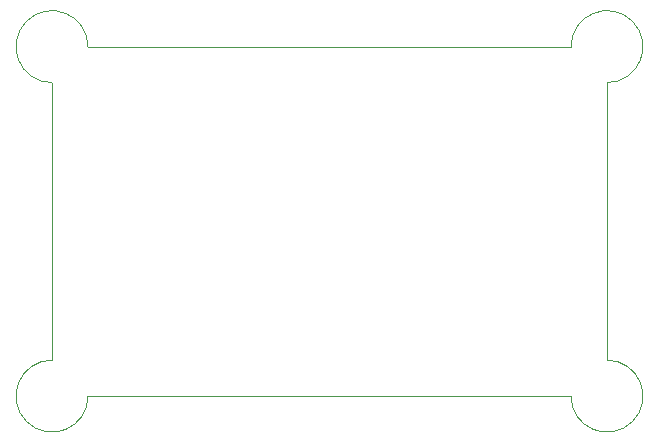
<source format=gm1>
%TF.GenerationSoftware,KiCad,Pcbnew,8.0.6*%
%TF.CreationDate,2024-11-27T12:56:47-08:00*%
%TF.ProjectId,Project 3 MCUdatalogger,50726f6a-6563-4742-9033-204d43556461,1*%
%TF.SameCoordinates,Original*%
%TF.FileFunction,Profile,NP*%
%FSLAX46Y46*%
G04 Gerber Fmt 4.6, Leading zero omitted, Abs format (unit mm)*
G04 Created by KiCad (PCBNEW 8.0.6) date 2024-11-27 12:56:47*
%MOMM*%
%LPD*%
G01*
G04 APERTURE LIST*
%TA.AperFunction,Profile*%
%ADD10C,0.050000*%
%TD*%
G04 APERTURE END LIST*
D10*
X38100000Y-61468000D02*
X38100000Y-84963000D01*
X38100000Y-61468000D02*
G75*
G02*
X41148000Y-58420000I0J3048000D01*
G01*
X85090000Y-84963000D02*
X85090000Y-61468000D01*
X41402000Y-58420000D02*
X41148000Y-58420000D01*
X41402000Y-58420000D02*
X82042000Y-58420000D01*
X85090000Y-84963000D02*
G75*
G02*
X82042000Y-88011000I0J-3048000D01*
G01*
X82042000Y-58420000D02*
G75*
G02*
X85090000Y-61468000I3048000J0D01*
G01*
X41148000Y-88011000D02*
G75*
G02*
X38100000Y-84963000I-3048000J0D01*
G01*
X41148000Y-88011000D02*
X82042000Y-88011000D01*
M02*

</source>
